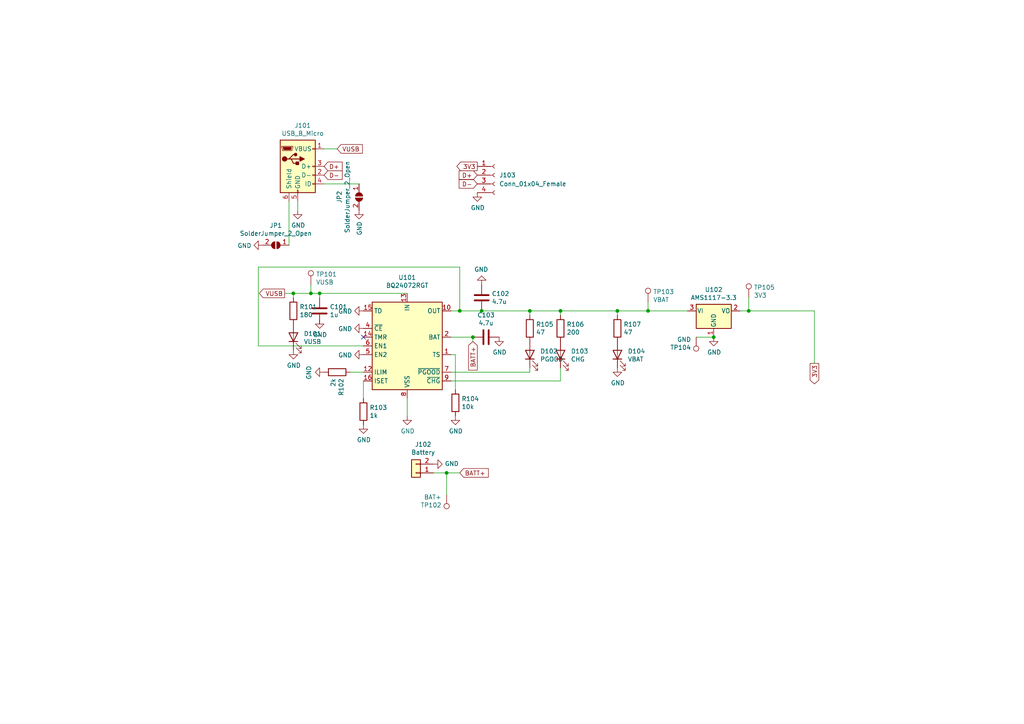
<source format=kicad_sch>
(kicad_sch (version 20211123) (generator eeschema)
  (paper "A4")
  (lib_symbols
    (symbol "Battery_Management:BQ24072RGT"
      (property "Reference" "U" (at -8.89 13.97 0))
      (property "Value" "BQ24072RGT" (at 16.51 13.97 0))
      (symbol "BQ24072RGT_0_1"
        (rectangle (start -10.16 12.7) (end 10.16 -12.7) (stroke (width 0.254)) (fill (type background)))
      )
      (symbol "BQ24072RGT_1_1"
        (pin passive line (at 12.7 -2.54 180) (length 2.54) (name "TS") (number "1"))
        (pin power_out line (at 12.7 10.16 180) (length 2.54) (name "OUT") (number "10"))
        (pin passive line (at 12.7 10.16 180) (length 2.54) hide (name "OUT") (number "11"))
        (pin passive line (at -12.7 -7.62 0) (length 2.54) (name "ILIM") (number "12"))
        (pin power_in line (at 0 15.24 270) (length 2.54) (name "IN") (number "13"))
        (pin input line (at -12.7 2.54 0) (length 2.54) (name "TMR") (number "14"))
        (pin input line (at -12.7 10.16 0) (length 2.54) (name "TD") (number "15"))
        (pin passive line (at -12.7 -10.16 0) (length 2.54) (name "ISET") (number "16"))
        (pin passive line (at 0 -15.24 90) (length 2.54) hide (name "VSS") (number "17"))
        (pin power_out line (at 12.7 2.54 180) (length 2.54) (name "BAT") (number "2"))
        (pin passive line (at 12.7 2.54 180) (length 2.54) hide (name "BAT") (number "3"))
        (pin input line (at -12.7 5.08 0) (length 2.54) (name "~{CE}") (number "4"))
        (pin input line (at -12.7 -2.54 0) (length 2.54) (name "EN2") (number "5"))
        (pin input line (at -12.7 0 0) (length 2.54) (name "EN1") (number "6"))
        (pin open_collector line (at 12.7 -7.62 180) (length 2.54) (name "~{PGOOD}") (number "7"))
        (pin power_in line (at 0 -15.24 90) (length 2.54) (name "VSS") (number "8"))
        (pin open_collector line (at 12.7 -10.16 180) (length 2.54) (name "~{CHG}") (number "9"))
      )
    )
    (symbol "Connector:Conn_01x04_Female" (pin_names (offset 1.016) hide)
      (property "Reference" "J" (at 0 5.08 0))
      (property "Value" "Conn_01x04_Female" (at 0 -7.62 0))
      (symbol "Conn_01x04_Female_1_1"
        (arc (start 0 -4.572) (mid -0.508 -5.08) (end 0 -5.588) (stroke (width 0.1524)))
        (arc (start 0 -2.032) (mid -0.508 -2.54) (end 0 -3.048) (stroke (width 0.1524)))
        (polyline (pts (xy -1.27 -5.08) (xy -0.508 -5.08)) (stroke (width 0.1524)))
        (polyline (pts (xy -1.27 -2.54) (xy -0.508 -2.54)) (stroke (width 0.1524)))
        (polyline (pts (xy -1.27 0) (xy -0.508 0)) (stroke (width 0.1524)))
        (polyline (pts (xy -1.27 2.54) (xy -0.508 2.54)) (stroke (width 0.1524)))
        (arc (start 0 0.508) (mid -0.508 0) (end 0 -0.508) (stroke (width 0.1524)))
        (arc (start 0 3.048) (mid -0.508 2.54) (end 0 2.032) (stroke (width 0.1524)))
        (pin passive line (at -5.08 2.54 0) (length 3.81) (name "Pin_1") (number "1"))
        (pin passive line (at -5.08 0 0) (length 3.81) (name "Pin_2") (number "2"))
        (pin passive line (at -5.08 -2.54 0) (length 3.81) (name "Pin_3") (number "3"))
        (pin passive line (at -5.08 -5.08 0) (length 3.81) (name "Pin_4") (number "4"))
      )
    )
    (symbol "Connector:TestPoint" (pin_numbers hide) (pin_names (offset 0.762) hide)
      (property "Reference" "TP" (at 0 6.858 0))
      (property "Value" "TestPoint" (at 0 5.08 0))
      (symbol "TestPoint_0_1"
        (circle (center 0 3.302) (radius 0.762))
      )
      (symbol "TestPoint_1_1"
        (pin passive line (at 0 0 90) (length 2.54) (name "1") (number "1"))
      )
    )
    (symbol "Connector:USB_B_Micro" (pin_names (offset 1.016))
      (property "Reference" "J" (at -5.08 11.43 0))
      (property "Value" "USB_B_Micro" (at -5.08 8.89 0))
      (symbol "USB_B_Micro_0_1"
        (rectangle (start -5.08 -7.62) (end 5.08 7.62) (stroke (width 0.254)) (fill (type background)))
        (circle (center -3.81 2.159) (radius 0.635) (stroke (width 0.254)) (fill (type outline)))
        (circle (center -0.635 3.429) (radius 0.381) (stroke (width 0.254)) (fill (type outline)))
        (rectangle (start -0.127 -7.62) (end 0.127 -6.858))
        (polyline (pts (xy -1.905 2.159) (xy 0.635 2.159)) (stroke (width 0.254)))
        (polyline (pts (xy -3.175 2.159) (xy -2.54 2.159) (xy -1.27 3.429) (xy -0.635 3.429)) (stroke (width 0.254)))
        (polyline (pts (xy -2.54 2.159) (xy -1.905 2.159) (xy -1.27 0.889) (xy 0 0.889)) (stroke (width 0.254)))
        (polyline (pts (xy 0.635 2.794) (xy 0.635 1.524) (xy 1.905 2.159) (xy 0.635 2.794)) (stroke (width 0.254)) (fill (type outline)))
        (polyline (pts (xy -4.318 5.588) (xy -1.778 5.588) (xy -2.032 4.826) (xy -4.064 4.826) (xy -4.318 5.588)) (fill (type outline)))
        (polyline (pts (xy -4.699 5.842) (xy -4.699 5.588) (xy -4.445 4.826) (xy -4.445 4.572) (xy -1.651 4.572) (xy -1.651 4.826) (xy -1.397 5.588) (xy -1.397 5.842) (xy -4.699 5.842)))
        (rectangle (start 0.254 1.27) (end -0.508 0.508) (stroke (width 0.254)) (fill (type outline)))
        (rectangle (start 5.08 -5.207) (end 4.318 -4.953))
        (rectangle (start 5.08 -2.667) (end 4.318 -2.413))
        (rectangle (start 5.08 -0.127) (end 4.318 0.127))
        (rectangle (start 5.08 4.953) (end 4.318 5.207))
      )
      (symbol "USB_B_Micro_1_1"
        (pin power_out line (at 7.62 5.08 180) (length 2.54) (name "VBUS") (number "1"))
        (pin bidirectional line (at 7.62 -2.54 180) (length 2.54) (name "D-") (number "2"))
        (pin bidirectional line (at 7.62 0 180) (length 2.54) (name "D+") (number "3"))
        (pin passive line (at 7.62 -5.08 180) (length 2.54) (name "ID") (number "4"))
        (pin power_out line (at 0 -10.16 90) (length 2.54) (name "GND") (number "5"))
        (pin passive line (at -2.54 -10.16 90) (length 2.54) (name "Shield") (number "6"))
      )
    )
    (symbol "Connector_Generic:Conn_01x02" (pin_names (offset 1.016) hide)
      (property "Reference" "J" (at 0 2.54 0))
      (property "Value" "Conn_01x02" (at 0 -5.08 0))
      (symbol "Conn_01x02_1_1"
        (rectangle (start -1.27 -2.413) (end 0 -2.667) (stroke (width 0.1524)))
        (rectangle (start -1.27 0.127) (end 0 -0.127) (stroke (width 0.1524)))
        (rectangle (start -1.27 1.27) (end 1.27 -3.81) (stroke (width 0.254)) (fill (type background)))
        (pin passive line (at -5.08 0 0) (length 3.81) (name "Pin_1") (number "1"))
        (pin passive line (at -5.08 -2.54 0) (length 3.81) (name "Pin_2") (number "2"))
      )
    )
    (symbol "Device:C" (pin_numbers hide) (pin_names (offset 0.254))
      (property "Reference" "C" (at 0.635 2.54 0))
      (property "Value" "C" (at 0.635 -2.54 0))
      (symbol "C_0_1"
        (polyline (pts (xy -2.032 -0.762) (xy 2.032 -0.762)) (stroke (width 0.508)))
        (polyline (pts (xy -2.032 0.762) (xy 2.032 0.762)) (stroke (width 0.508)))
      )
      (symbol "C_1_1"
        (pin passive line (at 0 3.81 270) (length 2.794) (name "~") (number "1"))
        (pin passive line (at 0 -3.81 90) (length 2.794) (name "~") (number "2"))
      )
    )
    (symbol "Device:LED" (pin_numbers hide) (pin_names (offset 1.016) hide)
      (property "Reference" "D" (at 0 2.54 0))
      (property "Value" "LED" (at 0 -2.54 0))
      (symbol "LED_0_1"
        (polyline (pts (xy -1.27 -1.27) (xy -1.27 1.27)) (stroke (width 0.254)))
        (polyline (pts (xy -1.27 0) (xy 1.27 0)))
        (polyline (pts (xy 1.27 -1.27) (xy 1.27 1.27) (xy -1.27 0) (xy 1.27 -1.27)) (stroke (width 0.254)))
        (polyline (pts (xy -3.048 -0.762) (xy -4.572 -2.286) (xy -3.81 -2.286) (xy -4.572 -2.286) (xy -4.572 -1.524)))
        (polyline (pts (xy -1.778 -0.762) (xy -3.302 -2.286) (xy -2.54 -2.286) (xy -3.302 -2.286) (xy -3.302 -1.524)))
      )
      (symbol "LED_1_1"
        (pin passive line (at -3.81 0 0) (length 2.54) (name "K") (number "1"))
        (pin passive line (at 3.81 0 180) (length 2.54) (name "A") (number "2"))
      )
    )
    (symbol "Device:R" (pin_numbers hide) (pin_names (offset 0))
      (property "Reference" "R" (at 2.032 0 90))
      (property "Value" "R" (at 0 0 90))
      (symbol "R_0_1"
        (rectangle (start -1.016 -2.54) (end 1.016 2.54) (stroke (width 0.254)))
      )
      (symbol "R_1_1"
        (pin passive line (at 0 3.81 270) (length 1.27) (name "~") (number "1"))
        (pin passive line (at 0 -3.81 90) (length 1.27) (name "~") (number "2"))
      )
    )
    (symbol "Jumper:SolderJumper_2_Open" (pin_names (offset 0) hide)
      (property "Reference" "JP" (at 0 2.032 0))
      (property "Value" "SolderJumper_2_Open" (at 0 -2.54 0))
      (symbol "SolderJumper_2_Open_0_1"
        (arc (start -0.254 1.016) (mid -1.27 0) (end -0.254 -1.016))
        (arc (start -0.254 1.016) (mid -1.27 0) (end -0.254 -1.016) (fill (type outline)))
        (polyline (pts (xy -0.254 1.016) (xy -0.254 -1.016)))
        (polyline (pts (xy 0.254 1.016) (xy 0.254 -1.016)))
        (arc (start 0.254 -1.016) (mid 1.27 0) (end 0.254 1.016))
        (arc (start 0.254 -1.016) (mid 1.27 0) (end 0.254 1.016) (fill (type outline)))
      )
      (symbol "SolderJumper_2_Open_1_1"
        (pin passive line (at -3.81 0 0) (length 2.54) (name "A") (number "1"))
        (pin passive line (at 3.81 0 180) (length 2.54) (name "B") (number "2"))
      )
    )
    (symbol "Regulator_Linear:AMS1117-3.3" (pin_names (offset 0.254))
      (property "Reference" "U" (at -3.81 3.175 0))
      (property "Value" "AMS1117-3.3" (at 0 3.175 0))
      (symbol "AMS1117-3.3_0_1"
        (rectangle (start -5.08 -5.08) (end 5.08 1.905) (stroke (width 0.254)) (fill (type background)))
      )
      (symbol "AMS1117-3.3_1_1"
        (pin power_in line (at 0 -7.62 90) (length 2.54) (name "GND") (number "1"))
        (pin power_out line (at 7.62 0 180) (length 2.54) (name "VO") (number "2"))
        (pin power_in line (at -7.62 0 0) (length 2.54) (name "VI") (number "3"))
      )
    )
    (symbol "power:GND" (power) (pin_names (offset 0))
      (property "Value" "GND" (at 0 -3.81 0))
      (symbol "GND_0_1"
        (polyline (pts (xy 0 0) (xy 0 -1.27) (xy 1.27 -1.27) (xy 0 -2.54) (xy -1.27 -1.27) (xy 0 -1.27)))
      )
      (symbol "GND_1_1"
        (pin power_in line (at 0 0 270) (length 0) hide (name "GND") (number "1"))
      )
    )
  )
  (junction (at 162.56 90.17))
  (junction (at 179.07 90.17))
  (junction (at 92.71 85.09))
  (junction (at 129.54 137.16))
  (junction (at 133.35 90.17))
  (junction (at 85.09 85.09))
  (junction (at 90.17 85.09))
  (junction (at 207.01 97.79))
  (junction (at 137.16 97.79))
  (junction (at 187.96 90.17))
  (junction (at 139.7 90.17))
  (junction (at 217.17 90.17))
  (junction (at 153.67 90.17))
  (no_connect (at 105.41 97.79))
  (wire (pts (xy 130.81 90.17) (xy 133.35 90.17)))
  (wire (pts (xy 125.73 137.16) (xy 129.54 137.16)))
  (wire (pts (xy 153.67 91.44) (xy 153.67 90.17)))
  (wire (pts (xy 92.71 85.09) (xy 90.17 85.09)))
  (wire (pts (xy 153.67 107.95) (xy 130.81 107.95)))
  (wire (pts (xy 83.82 58.42) (xy 83.82 71.12)))
  (wire (pts (xy 179.07 90.17) (xy 187.96 90.17)))
  (wire (pts (xy 137.16 99.06) (xy 137.16 97.79)))
  (wire (pts (xy 236.22 90.17) (xy 236.22 105.41)))
  (wire (pts (xy 214.63 90.17) (xy 217.17 90.17)))
  (wire (pts (xy 90.17 85.09) (xy 85.09 85.09)))
  (wire (pts (xy 187.96 90.17) (xy 187.96 87.63)))
  (wire (pts (xy 132.08 102.87) (xy 130.81 102.87)))
  (wire (pts (xy 105.41 110.49) (xy 105.41 115.57)))
  (wire (pts (xy 86.36 58.42) (xy 86.36 60.96)))
  (wire (pts (xy 118.11 120.65) (xy 118.11 115.57)))
  (wire (pts (xy 179.07 91.44) (xy 179.07 90.17)))
  (wire (pts (xy 92.71 86.36) (xy 92.71 85.09)))
  (wire (pts (xy 201.93 97.79) (xy 207.01 97.79)))
  (wire (pts (xy 162.56 110.49) (xy 162.56 106.68)))
  (wire (pts (xy 74.93 100.33) (xy 74.93 77.47)))
  (wire (pts (xy 92.71 93.98) (xy 92.71 92.71)))
  (wire (pts (xy 153.67 90.17) (xy 162.56 90.17)))
  (wire (pts (xy 85.09 85.09) (xy 82.55 85.09)))
  (wire (pts (xy 217.17 90.17) (xy 217.17 86.36)))
  (wire (pts (xy 132.08 113.03) (xy 132.08 102.87)))
  (wire (pts (xy 130.81 110.49) (xy 162.56 110.49)))
  (wire (pts (xy 139.7 90.17) (xy 153.67 90.17)))
  (wire (pts (xy 217.17 90.17) (xy 236.22 90.17)))
  (wire (pts (xy 133.35 77.47) (xy 133.35 90.17)))
  (wire (pts (xy 93.98 43.18) (xy 97.79 43.18)))
  (wire (pts (xy 90.17 82.55) (xy 90.17 85.09)))
  (wire (pts (xy 129.54 137.16) (xy 133.35 137.16)))
  (wire (pts (xy 133.35 90.17) (xy 139.7 90.17)))
  (wire (pts (xy 162.56 91.44) (xy 162.56 90.17)))
  (wire (pts (xy 93.98 53.34) (xy 104.14 53.34)))
  (wire (pts (xy 92.71 85.09) (xy 118.11 85.09)))
  (wire (pts (xy 153.67 106.68) (xy 153.67 107.95)))
  (wire (pts (xy 74.93 100.33) (xy 105.41 100.33)))
  (wire (pts (xy 130.81 97.79) (xy 137.16 97.79)))
  (wire (pts (xy 187.96 90.17) (xy 199.39 90.17)))
  (wire (pts (xy 74.93 77.47) (xy 133.35 77.47)))
  (wire (pts (xy 162.56 90.17) (xy 179.07 90.17)))
  (wire (pts (xy 129.54 143.51) (xy 129.54 137.16)))
  (wire (pts (xy 85.09 86.36) (xy 85.09 85.09)))
  (wire (pts (xy 101.6 107.95) (xy 105.41 107.95)))
  (global_label "D+" (shape input) (at 93.98 48.26 0) (property "Intersheet References" "${INTERSHEET_REFS}" (effects hide)))
  (global_label "BATT+" (shape input) (at 133.35 137.16 0) (property "Intersheet References" "${INTERSHEET_REFS}" (effects hide)))
  (global_label "D-" (shape input) (at 138.43 53.34 180) (property "Intersheet References" "${INTERSHEET_REFS}" (effects hide)))
  (global_label "D-" (shape input) (at 93.98 50.8 0) (property "Intersheet References" "${INTERSHEET_REFS}" (effects hide)))
  (global_label "VUSB" (shape input) (at 97.79 43.18 0) (property "Intersheet References" "${INTERSHEET_REFS}" (effects hide)))
  (global_label "D+" (shape input) (at 138.43 50.8 180) (property "Intersheet References" "${INTERSHEET_REFS}" (effects hide)))
  (global_label "BATT+" (shape input) (at 137.16 99.06 270) (property "Intersheet References" "${INTERSHEET_REFS}" (effects hide)))
  (global_label "3V3" (shape output) (at 138.43 48.26 180) (property "Intersheet References" "${INTERSHEET_REFS}" (effects hide)))
  (global_label "VUSB" (shape output) (at 82.55 85.09 180) (property "Intersheet References" "${INTERSHEET_REFS}" (effects hide)))
  (global_label "3V3" (shape output) (at 236.22 105.41 270) (property "Intersheet References" "${INTERSHEET_REFS}" (effects hide)))
  (symbol (lib_id "Battery_Management:BQ24072RGT") (at 118.11 100.33 0) (unit 1)
    (property "Reference" "U101" (at 118.11 80.4926 0))
    (property "Value" "BQ24072RGT" (at 118.11 82.804 0))
    (property "Footprint" "Package_DFN_QFN:VQFN-16-1EP_3x3mm_P0.5mm_EP1.6x1.6mm" (effects hide))
    (property "Datasheet" "http://www.ti.com/lit/ds/symlink/bq24072.pdf" (effects hide))
    (property "LCSC Part" "C140288" (effects hide))
  )
  (symbol (lib_id "Connector_Generic:Conn_01x02") (at 120.65 137.16 180) (unit 1)
    (property "Reference" "J102" (at 122.7328 128.905 0))
    (property "Value" "Battery" (at 122.7328 131.2164 0))
    (property "Footprint" "Connector_JST:JST_PH_S2B-PH-K_1x02_P2.00mm_Horizontal" (effects hide))
    (property "JLCPCB BOM" "False" (effects hide))
  )
  (symbol (lib_id "Device:LED") (at 85.09 97.79 90) (unit 1)
    (property "Reference" "D101" (at 88.0872 96.7994 90) (effects (justify right)))
    (property "Value" "VUSB" (at 88.0872 99.1108 90) (effects (justify right)))
    (property "Footprint" "LED_SMD:LED_0603_1608Metric" (effects hide))
    (property "LCSC Part" "C72043" (effects hide))
  )
  (symbol (lib_id "power:GND") (at 138.43 55.88 0) (unit 1)
    (property "Reference" "#PWR0105" (effects hide))
    (property "Value" "GND" (at 138.557 60.2742 0))
  )
  (symbol (lib_id "power:GND") (at 104.14 60.96 0) (unit 1)
    (property "Reference" "#PWR0116" (effects hide))
    (property "Value" "GND" (at 104.267 64.2112 90) (effects (justify right)))
  )
  (symbol (lib_id "Device:LED") (at 153.67 102.87 90) (unit 1)
    (property "Reference" "D102" (at 156.6672 101.8794 90) (effects (justify right)))
    (property "Value" "PGOOD" (at 156.6672 104.1908 90) (effects (justify right)))
    (property "Footprint" "LED_SMD:LED_0603_1608Metric" (effects hide))
    (property "LCSC Part" "C72043" (effects hide))
  )
  (symbol (lib_id "power:GND") (at 85.09 101.6 0) (unit 1)
    (property "Reference" "#PWR0110" (effects hide))
    (property "Value" "GND" (at 85.217 105.9942 0))
  )
  (symbol (lib_id "power:GND") (at 105.41 90.17 270) (unit 1)
    (property "Reference" "#PWR0115" (effects hide))
    (property "Value" "GND" (at 102.1588 90.297 90) (effects (justify right)))
  )
  (symbol (lib_id "power:GND") (at 144.78 97.79 0) (unit 1)
    (property "Reference" "#PWR0103" (effects hide))
    (property "Value" "GND" (at 144.907 102.1842 0))
  )
  (symbol (lib_id "Connector:TestPoint") (at 201.93 97.79 180) (unit 1)
    (property "Reference" "TP104" (at 200.4568 100.7872 0) (effects (justify left)))
    (property "Value" "GND" (at 200.4568 98.4758 0) (effects (justify left)))
    (property "Footprint" "TestPoint:TestPoint_Pad_D2.0mm" (effects hide))
    (property "JLCPCB BOM" "False" (effects hide))
  )
  (symbol (lib_id "power:GND") (at 105.41 95.25 270) (unit 1)
    (property "Reference" "#PWR0114" (effects hide))
    (property "Value" "GND" (at 102.1588 95.377 90) (effects (justify right)))
  )
  (symbol (lib_id "Device:LED") (at 162.56 102.87 90) (unit 1)
    (property "Reference" "D103" (at 165.5572 101.8794 90) (effects (justify right)))
    (property "Value" "CHG" (at 165.5572 104.1908 90) (effects (justify right)))
    (property "Footprint" "LED_SMD:LED_0805_2012Metric" (effects hide))
    (property "LCSC Part" "C84256" (effects hide))
  )
  (symbol (lib_id "Device:C") (at 92.71 90.17 0) (unit 1)
    (property "Reference" "C101" (at 95.631 89.0016 0) (effects (justify left)))
    (property "Value" "1u" (at 95.631 91.313 0) (effects (justify left)))
    (property "Footprint" "Capacitor_SMD:C_0603_1608Metric" (effects hide))
    (property "LCSC Part" "C15849" (effects hide))
  )
  (symbol (lib_id "power:GND") (at 125.73 134.62 90) (unit 1)
    (property "Reference" "#PWR0101" (effects hide))
    (property "Value" "GND" (at 128.9812 134.493 90) (effects (justify right)))
  )
  (symbol (lib_id "Jumper:SolderJumper_2_Open") (at 104.14 57.15 270) (unit 1)
    (property "Reference" "JP2" (at 98.425 57.15 0))
    (property "Value" "SolderJumper_2_Open" (at 100.7364 57.15 0))
    (property "Footprint" "Jumper:SolderJumper-2_P1.3mm_Open_RoundedPad1.0x1.5mm" (effects hide))
    (property "JLCPCB BOM" "False" (effects hide))
  )
  (symbol (lib_id "Device:R") (at 132.08 116.84 180) (unit 1)
    (property "Reference" "R104" (at 133.858 115.6716 0) (effects (justify right)))
    (property "Value" "10k" (at 133.858 117.983 0) (effects (justify right)))
    (property "Footprint" "Resistor_SMD:R_0603_1608Metric" (effects hide))
    (property "LCSC Part" "C25804" (effects hide))
  )
  (symbol (lib_id "Device:C") (at 140.97 97.79 270) (unit 1)
    (property "Reference" "C103" (at 140.97 91.3892 90))
    (property "Value" "4.7u" (at 140.97 93.7006 90))
    (property "Footprint" "Capacitor_SMD:C_0603_1608Metric" (effects hide))
    (property "LCSC Part" "C19666" (effects hide))
  )
  (symbol (lib_id "Device:R") (at 105.41 119.38 0) (unit 1)
    (property "Reference" "R103" (at 107.188 118.2116 0) (effects (justify left)))
    (property "Value" "1k" (at 107.188 120.523 0) (effects (justify left)))
    (property "Footprint" "Resistor_SMD:R_0603_1608Metric" (effects hide))
    (property "LCSC Part" "C21190" (effects hide))
  )
  (symbol (lib_id "power:GND") (at 86.36 60.96 0) (unit 1)
    (property "Reference" "#PWR0117" (effects hide))
    (property "Value" "GND" (at 86.487 65.3542 0))
  )
  (symbol (lib_id "Connector:USB_B_Micro") (at 86.36 48.26 0) (unit 1)
    (property "Reference" "J101" (at 87.8078 36.3982 0))
    (property "Value" "USB_B_Micro" (at 87.8078 38.7096 0))
    (property "Footprint" "Connector_USB:USB_Micro-AB_Molex_47590-0001" (effects hide))
    (property "LCSC Part" "C136001" (effects hide))
  )
  (symbol (lib_id "Device:R") (at 153.67 95.25 0) (unit 1)
    (property "Reference" "R105" (at 155.448 94.0816 0) (effects (justify left)))
    (property "Value" "47" (at 155.448 96.393 0) (effects (justify left)))
    (property "Footprint" "Resistor_SMD:R_0603_1608Metric" (effects hide))
    (property "LCSC Part" "C23182" (effects hide))
  )
  (symbol (lib_id "power:GND") (at 139.7 82.55 180) (unit 1)
    (property "Reference" "#PWR0104" (effects hide))
    (property "Value" "GND" (at 139.573 78.1558 0))
  )
  (symbol (lib_id "Device:LED") (at 179.07 102.87 90) (unit 1)
    (property "Reference" "D104" (at 182.0672 101.8794 90) (effects (justify right)))
    (property "Value" "VBAT" (at 182.0672 104.1908 90) (effects (justify right)))
    (property "Footprint" "LED_SMD:LED_0603_1608Metric" (effects hide))
    (property "LCSC Part" "C72043" (effects hide))
  )
  (symbol (lib_id "Device:R") (at 97.79 107.95 270) (unit 1)
    (property "Reference" "R102" (at 98.9584 109.728 0) (effects (justify left)))
    (property "Value" "2k" (at 96.647 109.728 0) (effects (justify left)))
    (property "Footprint" "Resistor_SMD:R_0603_1608Metric" (effects hide))
    (property "LCSC Part" "C22975" (effects hide))
  )
  (symbol (lib_id "Jumper:SolderJumper_2_Open") (at 80.01 71.12 180) (unit 1)
    (property "Reference" "JP1" (at 80.01 65.405 0))
    (property "Value" "SolderJumper_2_Open" (at 80.01 67.7164 0))
    (property "Footprint" "Jumper:SolderJumper-2_P1.3mm_Open_RoundedPad1.0x1.5mm" (effects hide))
    (property "JLCPCB BOM" "False" (effects hide))
  )
  (symbol (lib_id "Connector:TestPoint") (at 129.54 143.51 180) (unit 1)
    (property "Reference" "TP102" (at 128.0668 146.5072 0) (effects (justify left)))
    (property "Value" "BAT+" (at 128.0668 144.1958 0) (effects (justify left)))
    (property "Footprint" "TestPoint:TestPoint_Pad_D2.0mm" (effects hide))
    (property "JLCPCB BOM" "False" (effects hide))
  )
  (symbol (lib_id "power:GND") (at 93.98 107.95 270) (unit 1)
    (property "Reference" "#PWR0108" (effects hide))
    (property "Value" "GND" (at 89.5858 108.077 0))
  )
  (symbol (lib_id "Connector:TestPoint") (at 90.17 82.55 0) (unit 1)
    (property "Reference" "TP101" (at 91.6432 79.5528 0) (effects (justify left)))
    (property "Value" "VUSB" (at 91.6432 81.8642 0) (effects (justify left)))
    (property "Footprint" "TestPoint:TestPoint_Pad_D2.0mm" (effects hide))
    (property "JLCPCB BOM" "False" (effects hide))
  )
  (symbol (lib_id "power:GND") (at 207.01 97.79 0) (unit 1)
    (property "Reference" "#PWR0106" (effects hide))
    (property "Value" "GND" (at 207.137 102.1842 0))
  )
  (symbol (lib_id "power:GND") (at 76.2 71.12 270) (unit 1)
    (property "Reference" "#PWR0118" (effects hide))
    (property "Value" "GND" (at 72.9488 71.247 90) (effects (justify right)))
  )
  (symbol (lib_id "power:GND") (at 105.41 123.19 0) (unit 1)
    (property "Reference" "#PWR0111" (effects hide))
    (property "Value" "GND" (at 105.537 127.5842 0))
  )
  (symbol (lib_id "Device:C") (at 139.7 86.36 0) (unit 1)
    (property "Reference" "C102" (at 142.621 85.1916 0) (effects (justify left)))
    (property "Value" "4.7u" (at 142.621 87.503 0) (effects (justify left)))
    (property "Footprint" "Capacitor_SMD:C_0603_1608Metric" (effects hide))
    (property "LCSC Part" "C19666" (effects hide))
  )
  (symbol (lib_id "Device:R") (at 162.56 95.25 0) (unit 1)
    (property "Reference" "R106" (at 164.338 94.0816 0) (effects (justify left)))
    (property "Value" "200" (at 164.338 96.393 0) (effects (justify left)))
    (property "Footprint" "Resistor_SMD:R_0603_1608Metric" (effects hide))
    (property "LCSC Part" "C8218" (effects hide))
  )
  (symbol (lib_id "power:GND") (at 92.71 92.71 0) (unit 1)
    (property "Reference" "#PWR0113" (effects hide))
    (property "Value" "GND" (at 92.837 97.1042 0))
  )
  (symbol (lib_id "Device:R") (at 179.07 95.25 0) (unit 1)
    (property "Reference" "R107" (at 180.848 94.0816 0) (effects (justify left)))
    (property "Value" "47" (at 180.848 96.393 0) (effects (justify left)))
    (property "Footprint" "Resistor_SMD:R_0603_1608Metric" (effects hide))
    (property "LCSC Part" "C23182" (effects hide))
  )
  (symbol (lib_id "Connector:TestPoint") (at 187.96 87.63 0) (unit 1)
    (property "Reference" "TP103" (at 189.4332 84.6328 0) (effects (justify left)))
    (property "Value" "VBAT" (at 189.4332 86.9442 0) (effects (justify left)))
    (property "Footprint" "TestPoint:TestPoint_Pad_D2.0mm" (effects hide))
    (property "JLCPCB BOM" "False" (effects hide))
  )
  (symbol (lib_id "power:GND") (at 105.41 102.87 270) (unit 1)
    (property "Reference" "#PWR0109" (effects hide))
    (property "Value" "GND" (at 102.1588 102.997 90) (effects (justify right)))
  )
  (symbol (lib_id "Regulator_Linear:AMS1117-3.3") (at 207.01 90.17 0) (unit 1)
    (property "Reference" "U102" (at 207.01 84.0232 0))
    (property "Value" "AMS1117-3.3" (at 207.01 86.3346 0))
    (property "Footprint" "Package_TO_SOT_SMD:SOT-223-3_TabPin2" (effects hide))
    (property "Datasheet" "http://www.advanced-monolithic.com/pdf/ds1117.pdf" (effects hide))
    (property "LCSC Part" "C6186" (effects hide))
  )
  (symbol (lib_id "power:GND") (at 179.07 106.68 0) (unit 1)
    (property "Reference" "#PWR0107" (effects hide))
    (property "Value" "GND" (at 179.197 111.0742 0))
  )
  (symbol (lib_id "Connector:Conn_01x04_Female") (at 143.51 50.8 0) (unit 1)
    (property "Reference" "J103" (at 144.78 50.7999 0) (effects (justify left)))
    (property "Value" "Conn_01x04_Female" (at 144.78 53.3399 0) (effects (justify left)))
    (property "Footprint" "Connector_PinSocket_2.54mm:PinSocket_1x04_P2.54mm_Vertical" (effects hide))
    (property "JLCPCB BOM" "False" (effects hide))
  )
  (symbol (lib_id "power:GND") (at 132.08 120.65 0) (unit 1)
    (property "Reference" "#PWR0102" (effects hide))
    (property "Value" "GND" (at 132.207 125.0442 0))
  )
  (symbol (lib_id "Device:R") (at 85.09 90.17 0) (unit 1)
    (property "Reference" "R101" (at 86.868 89.0016 0) (effects (justify left)))
    (property "Value" "180" (at 86.868 91.313 0) (effects (justify left)))
    (property "Footprint" "Resistor_SMD:R_0603_1608Metric" (effects hide))
    (property "LCSC Part" "C22828" (effects hide))
  )
  (symbol (lib_id "Connector:TestPoint") (at 217.17 86.36 0) (unit 1)
    (property "Reference" "TP105" (at 218.6432 83.3628 0) (effects (justify left)))
    (property "Value" "3V3" (at 218.6432 85.6742 0) (effects (justify left)))
    (property "Footprint" "TestPoint:TestPoint_Pad_D2.0mm" (effects hide))
    (property "JLCPCB BOM" "False" (effects hide))
  )
  (symbol (lib_id "power:GND") (at 118.11 120.65 0) (unit 1)
    (property "Reference" "#PWR0112" (effects hide))
    (property "Value" "GND" (at 118.237 125.0442 0))
  )
)
</source>
